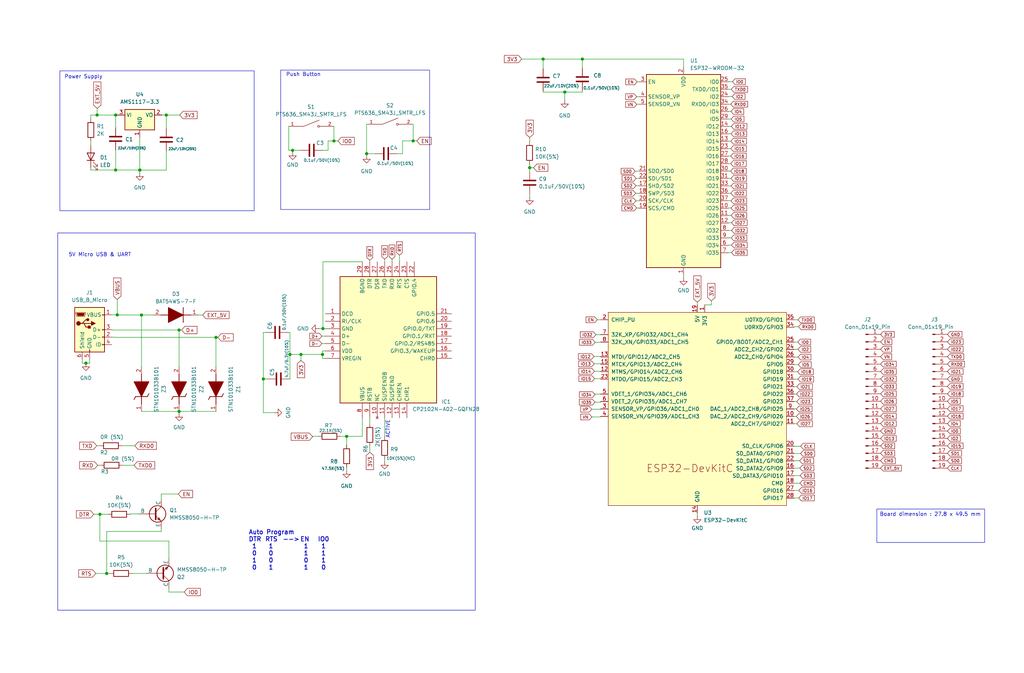
<source format=kicad_sch>
(kicad_sch (version 20230121) (generator eeschema)
  (paper "User" 350.012 229.997)
  (title_block (title "ESP32-WROOM-DevKit V4") (date "2023-10-13") (company "T CubeX"))
  (lib_symbols
    (symbol "BAT54WS-7-F:BAT54WS-7-F" (pin_names hide)
      (property "Reference" "D" (at 11.43 5.08 0))
      (property "Value" "BAT54WS-7-F" (at 11.43 2.54 0))
      (symbol "BAT54WS-7-F_1_1"
        (pin passive line (at 0 0 0) (length 2.54) (name "K") (number "1"))
        (pin passive line (at 15.24 0 180) (length 2.54) (name "A") (number "2"))
      )
    )
    (symbol "CP2102N-A02-GQFN28:CP2102N-A02-GQFN28"
      (property "Reference" "IC" (at 39.37 17.78 0))
      (property "Value" "CP2102N-A02-GQFN28" (at 39.37 15.24 0))
      (symbol "CP2102N-A02-GQFN28_1_1"
        (pin input line (at 0 0 0) (length 5.08) (name "DCD") (number "1"))
        (pin no_connect line (at 17.78 -35.56 90) (length 5.08) (name "NC") (number "10"))
        (pin output line (at 20.32 -35.56 90) (length 5.08) (name "SUSPENDB") (number "11"))
        (pin output line (at 22.86 -35.56 90) (length 5.08) (name "SUSPEND") (number "12"))
        (pin output line (at 25.4 -35.56 90) (length 5.08) (name "CHREN") (number "13"))
        (pin output line (at 27.94 -35.56 90) (length 5.08) (name "CHR1") (number "14"))
        (pin output line (at 43.18 -15.24 180) (length 5.08) (name "CHR0") (number "15"))
        (pin bidirectional line (at 43.18 -12.7 180) (length 5.08) (name "GPIO.3/WAKEUP") (number "16"))
        (pin bidirectional line (at 43.18 -10.16 180) (length 5.08) (name "GPIO.2/RS485") (number "17"))
        (pin bidirectional line (at 43.18 -7.62 180) (length 5.08) (name "GPIO.1/RXT") (number "18"))
        (pin bidirectional line (at 43.18 -5.08 180) (length 5.08) (name "GPIO.0/TXT") (number "19"))
        (pin bidirectional line (at 0 -2.54 0) (length 5.08) (name "RI/CLK") (number "2"))
        (pin bidirectional line (at 43.18 -2.54 180) (length 5.08) (name "GPIO.6") (number "20"))
        (pin bidirectional line (at 43.18 0 180) (length 5.08) (name "GPIO.5") (number "21"))
        (pin bidirectional line (at 30.48 17.78 270) (length 5.08) (name "GPIO.4") (number "22"))
        (pin input line (at 27.94 17.78 270) (length 5.08) (name "CTS") (number "23"))
        (pin output line (at 25.4 17.78 270) (length 5.08) (name "RTS") (number "24"))
        (pin input line (at 22.86 17.78 270) (length 5.08) (name "RXD") (number "25"))
        (pin output line (at 20.32 17.78 270) (length 5.08) (name "TXD") (number "26"))
        (pin input line (at 17.78 17.78 270) (length 5.08) (name "DSR") (number "27"))
        (pin output line (at 15.24 17.78 270) (length 5.08) (name "DTR") (number "28"))
        (pin power_in line (at 12.7 17.78 270) (length 5.08) (name "BGND") (number "29"))
        (pin power_in line (at 0 -5.08 0) (length 5.08) (name "GND") (number "3"))
        (pin bidirectional line (at 0 -7.62 0) (length 5.08) (name "D+") (number "4"))
        (pin bidirectional line (at 0 -10.16 0) (length 5.08) (name "D-") (number "5"))
        (pin power_in line (at 0 -12.7 0) (length 5.08) (name "VDD") (number "6"))
        (pin power_in line (at 0 -15.24 0) (length 5.08) (name "VREGIN") (number "7"))
        (pin input line (at 12.7 -35.56 90) (length 5.08) (name "VBUS") (number "8"))
        (pin input line (at 15.24 -35.56 90) (length 5.08) (name "RSTB") (number "9"))
      )
    )
    (symbol "Connector:Conn_01x19_Pin" (pin_names (offset 1.016) hide)
      (property "Reference" "J" (at 0 25.4 0))
      (property "Value" "Conn_01x19_Pin" (at 0 -25.4 0))
      (symbol "Conn_01x19_Pin_1_1"
        (pin passive line (at 5.08 22.86 180) (length 3.81) (name "Pin_1") (number "1"))
        (pin passive line (at 5.08 0 180) (length 3.81) (name "Pin_10") (number "10"))
        (pin passive line (at 5.08 -2.54 180) (length 3.81) (name "Pin_11") (number "11"))
        (pin passive line (at 5.08 -5.08 180) (length 3.81) (name "Pin_12") (number "12"))
        (pin passive line (at 5.08 -7.62 180) (length 3.81) (name "Pin_13") (number "13"))
        (pin passive line (at 5.08 -10.16 180) (length 3.81) (name "Pin_14") (number "14"))
        (pin passive line (at 5.08 -12.7 180) (length 3.81) (name "Pin_15") (number "15"))
        (pin passive line (at 5.08 -15.24 180) (length 3.81) (name "Pin_16") (number "16"))
        (pin passive line (at 5.08 -17.78 180) (length 3.81) (name "Pin_17") (number "17"))
        (pin passive line (at 5.08 -20.32 180) (length 3.81) (name "Pin_18") (number "18"))
        (pin passive line (at 5.08 -22.86 180) (length 3.81) (name "Pin_19") (number "19"))
        (pin passive line (at 5.08 20.32 180) (length 3.81) (name "Pin_2") (number "2"))
        (pin passive line (at 5.08 17.78 180) (length 3.81) (name "Pin_3") (number "3"))
        (pin passive line (at 5.08 15.24 180) (length 3.81) (name "Pin_4") (number "4"))
        (pin passive line (at 5.08 12.7 180) (length 3.81) (name "Pin_5") (number "5"))
        (pin passive line (at 5.08 10.16 180) (length 3.81) (name "Pin_6") (number "6"))
        (pin passive line (at 5.08 7.62 180) (length 3.81) (name "Pin_7") (number "7"))
        (pin passive line (at 5.08 5.08 180) (length 3.81) (name "Pin_8") (number "8"))
        (pin passive line (at 5.08 2.54 180) (length 3.81) (name "Pin_9") (number "9"))
      )
    )
    (symbol "Connector:USB_B_Micro" (pin_names (offset 1.016))
      (property "Reference" "J" (at -5.08 11.43 0))
      (property "Value" "USB_B_Micro" (at -5.08 8.89 0))
      (symbol "USB_B_Micro_1_1"
        (pin power_out line (at 7.62 5.08 180) (length 2.54) (name "VBUS") (number "1"))
        (pin bidirectional line (at 7.62 -2.54 180) (length 2.54) (name "D-") (number "2"))
        (pin bidirectional line (at 7.62 0 180) (length 2.54) (name "D+") (number "3"))
        (pin passive line (at 7.62 -5.08 180) (length 2.54) (name "ID") (number "4"))
        (pin power_out line (at 0 -10.16 90) (length 2.54) (name "GND") (number "5"))
        (pin passive line (at -2.54 -10.16 90) (length 2.54) (name "Shield") (number "6"))
      )
    )
    (symbol "Device:C" (pin_numbers hide) (pin_names (offset 0.254))
      (property "Reference" "C" (at 0.635 2.54 0))
      (property "Value" "C" (at 0.635 -2.54 0))
      (symbol "C_1_1"
        (pin passive line (at 0 3.81 270) (length 2.794) (name "~") (number "1"))
        (pin passive line (at 0 -3.81 90) (length 2.794) (name "~") (number "2"))
      )
    )
    (symbol "Device:LED" (pin_numbers hide) (pin_names (offset 1.016) hide)
      (property "Reference" "D" (at 0 2.54 0))
      (property "Value" "LED" (at 0 -2.54 0))
      (symbol "LED_1_1"
        (pin passive line (at -3.81 0 0) (length 2.54) (name "K") (number "1"))
        (pin passive line (at 3.81 0 180) (length 2.54) (name "A") (number "2"))
      )
    )
    (symbol "Device:R" (pin_numbers hide) (pin_names (offset 0))
      (property "Reference" "R" (at 2.032 0 90))
      (property "Value" "R" (at 0 0 90))
      (symbol "R_1_1"
        (pin passive line (at 0 3.81 270) (length 1.27) (name "~") (number "1"))
        (pin passive line (at 0 -3.81 90) (length 1.27) (name "~") (number "2"))
      )
    )
    (symbol "PCM_Espressif:ESP32-DevKitC" (pin_names (offset 1.016))
      (property "Reference" "U" (at -30.48 38.1 0))
      (property "Value" "ESP32-DevKitC" (at -30.48 35.56 0))
      (symbol "ESP32-DevKitC_0_0"
        (text "ESP32-DevKitC" (at -2.54 -20.32 0) (effects (font (size 2.54 2.54))))
        (pin power_in line (at 0 -35.56 90) (length 2.54) (name "GND") (number "14"))
        (pin power_in line (at 0 35.56 270) (length 2.54) (name "5V") (number "19"))
      )
      (symbol "ESP32-DevKitC_1_1"
        (pin power_in line (at 2.54 35.56 270) (length 2.54) (name "3V3") (number "1"))
        (pin bidirectional line (at 33.02 -2.54 180) (length 2.54) (name "DAC_2/ADC2_CH9/GPIO26") (number "10"))
        (pin bidirectional line (at 33.02 -5.08 180) (length 2.54) (name "ADC2_CH7/GPIO27") (number "11"))
        (pin bidirectional line (at -33.02 12.7 0) (length 2.54) (name "MTMS/GPIO14/ADC2_CH6") (number "12"))
        (pin bidirectional line (at -33.02 17.78 0) (length 2.54) (name "MTDI/GPIO12/ADC2_CH5") (number "13"))
        (pin bidirectional line (at -33.02 15.24 0) (length 2.54) (name "MTCK/GPIO13/ADC2_CH4") (number "15"))
        (pin bidirectional line (at 33.02 -20.32 180) (length 2.54) (name "SD_DATA2/GPIO9") (number "16"))
        (pin bidirectional line (at 33.02 -22.86 180) (length 2.54) (name "SD_DATA3/GPIO10") (number "17"))
        (pin bidirectional line (at 33.02 -25.4 180) (length 2.54) (name "CMD") (number "18"))
        (pin input line (at -33.02 30.48 0) (length 2.54) (name "CHIP_PU") (number "2"))
        (pin bidirectional line (at 33.02 -12.7 180) (length 2.54) (name "SD_CLK/GPIO6") (number "20"))
        (pin bidirectional line (at 33.02 -15.24 180) (length 2.54) (name "SD_DATA0/GPIO7") (number "21"))
        (pin bidirectional line (at 33.02 -17.78 180) (length 2.54) (name "SD_DATA1/GPIO8") (number "22"))
        (pin bidirectional line (at -33.02 10.16 0) (length 2.54) (name "MTDO/GPIO15/ADC2_CH3") (number "23"))
        (pin bidirectional line (at 33.02 20.32 180) (length 2.54) (name "ADC2_CH2/GPIO2") (number "24"))
        (pin bidirectional line (at 33.02 22.86 180) (length 2.54) (name "GPIO0/BOOT/ADC2_CH1") (number "25"))
        (pin bidirectional line (at 33.02 17.78 180) (length 2.54) (name "ADC2_CH0/GPIO4") (number "26"))
        (pin bidirectional line (at 33.02 -27.94 180) (length 2.54) (name "GPIO16") (number "27"))
        (pin bidirectional line (at 33.02 -30.48 180) (length 2.54) (name "GPIO17") (number "28"))
        (pin bidirectional line (at 33.02 15.24 180) (length 2.54) (name "GPIO5") (number "29"))
        (pin input line (at -33.02 0 0) (length 2.54) (name "SENSOR_VP/GPIO36/ADC1_CH0") (number "3"))
        (pin bidirectional line (at 33.02 12.7 180) (length 2.54) (name "GPIO18") (number "30"))
        (pin bidirectional line (at 33.02 10.16 180) (length 2.54) (name "GPIO19") (number "31"))
        (pin passive line (at 0 -35.56 90) (length 2.54) hide (name "GND") (number "32"))
        (pin bidirectional line (at 33.02 7.62 180) (length 2.54) (name "GPIO21") (number "33"))
        (pin bidirectional line (at 33.02 27.94 180) (length 2.54) (name "U0RXD/GPIO3") (number "34"))
        (pin bidirectional line (at 33.02 30.48 180) (length 2.54) (name "U0TXD/GPIO1") (number "35"))
        (pin bidirectional line (at 33.02 5.08 180) (length 2.54) (name "GPIO22") (number "36"))
        (pin bidirectional line (at 33.02 2.54 180) (length 2.54) (name "GPIO23") (number "37"))
        (pin passive line (at 0 -35.56 90) (length 2.54) hide (name "GND") (number "38"))
        (pin input line (at -33.02 -2.54 0) (length 2.54) (name "SENSOR_VN/GPIO39/ADC1_CH3") (number "4"))
        (pin input line (at -33.02 5.08 0) (length 2.54) (name "VDET_1/GPIO34/ADC1_CH6") (number "5"))
        (pin input line (at -33.02 2.54 0) (length 2.54) (name "VDET_2/GPIO35/ADC1_CH7") (number "6"))
        (pin bidirectional line (at -33.02 25.4 0) (length 2.54) (name "32K_XP/GPIO32/ADC1_CH4") (number "7"))
        (pin bidirectional line (at -33.02 22.86 0) (length 2.54) (name "32K_XN/GPIO33/ADC1_CH5") (number "8"))
        (pin bidirectional line (at 33.02 0 180) (length 2.54) (name "DAC_1/ADC2_CH8/GPIO25") (number "9"))
      )
    )
    (symbol "PTS636_SM43J_SMTR_LFS:PTS636_SM43J_SMTR_LFS" (pin_names (offset 1.016))
      (property "Reference" "S" (at -2.54 2.54 0))
      (property "Value" "PTS636_SM43J_SMTR_LFS" (at -2.54 -2.54 0))
      (symbol "PTS636_SM43J_SMTR_LFS_0_0"
        (pin passive line (at -7.62 0 0) (length 2.54) (name "~") (number "1"))
        (pin passive line (at 7.62 0 180) (length 2.54) (name "~") (number "2"))
      )
    )
    (symbol "RF_Module:ESP32-WROOM-32"
      (property "Reference" "U" (at -12.7 34.29 0))
      (property "Value" "ESP32-WROOM-32" (at 1.27 34.29 0))
      (symbol "ESP32-WROOM-32_1_1"
        (pin power_in line (at 0 -35.56 90) (length 2.54) (name "GND") (number "1"))
        (pin bidirectional line (at 15.24 -12.7 180) (length 2.54) (name "IO25") (number "10"))
        (pin bidirectional line (at 15.24 -15.24 180) (length 2.54) (name "IO26") (number "11"))
        (pin bidirectional line (at 15.24 -17.78 180) (length 2.54) (name "IO27") (number "12"))
        (pin bidirectional line (at 15.24 10.16 180) (length 2.54) (name "IO14") (number "13"))
        (pin bidirectional line (at 15.24 15.24 180) (length 2.54) (name "IO12") (number "14"))
        (pin passive line (at 0 -35.56 90) (length 2.54) hide (name "GND") (number "15"))
        (pin bidirectional line (at 15.24 12.7 180) (length 2.54) (name "IO13") (number "16"))
        (pin bidirectional line (at -15.24 -5.08 0) (length 2.54) (name "SHD/SD2") (number "17"))
        (pin bidirectional line (at -15.24 -7.62 0) (length 2.54) (name "SWP/SD3") (number "18"))
        (pin bidirectional line (at -15.24 -12.7 0) (length 2.54) (name "SCS/CMD") (number "19"))
        (pin power_in line (at 0 35.56 270) (length 2.54) (name "VDD") (number "2"))
        (pin bidirectional line (at -15.24 -10.16 0) (length 2.54) (name "SCK/CLK") (number "20"))
        (pin bidirectional line (at -15.24 0 0) (length 2.54) (name "SDO/SD0") (number "21"))
        (pin bidirectional line (at -15.24 -2.54 0) (length 2.54) (name "SDI/SD1") (number "22"))
        (pin bidirectional line (at 15.24 7.62 180) (length 2.54) (name "IO15") (number "23"))
        (pin bidirectional line (at 15.24 25.4 180) (length 2.54) (name "IO2") (number "24"))
        (pin bidirectional line (at 15.24 30.48 180) (length 2.54) (name "IO0") (number "25"))
        (pin bidirectional line (at 15.24 20.32 180) (length 2.54) (name "IO4") (number "26"))
        (pin bidirectional line (at 15.24 5.08 180) (length 2.54) (name "IO16") (number "27"))
        (pin bidirectional line (at 15.24 2.54 180) (length 2.54) (name "IO17") (number "28"))
        (pin bidirectional line (at 15.24 17.78 180) (length 2.54) (name "IO5") (number "29"))
        (pin input line (at -15.24 30.48 0) (length 2.54) (name "EN") (number "3"))
        (pin bidirectional line (at 15.24 0 180) (length 2.54) (name "IO18") (number "30"))
        (pin bidirectional line (at 15.24 -2.54 180) (length 2.54) (name "IO19") (number "31"))
        (pin no_connect line (at -12.7 -27.94 0) (length 2.54) hide (name "NC") (number "32"))
        (pin bidirectional line (at 15.24 -5.08 180) (length 2.54) (name "IO21") (number "33"))
        (pin bidirectional line (at 15.24 22.86 180) (length 2.54) (name "RXD0/IO3") (number "34"))
        (pin bidirectional line (at 15.24 27.94 180) (length 2.54) (name "TXD0/IO1") (number "35"))
        (pin bidirectional line (at 15.24 -7.62 180) (length 2.54) (name "IO22") (number "36"))
        (pin bidirectional line (at 15.24 -10.16 180) (length 2.54) (name "IO23") (number "37"))
        (pin passive line (at 0 -35.56 90) (length 2.54) hide (name "GND") (number "38"))
        (pin passive line (at 0 -35.56 90) (length 2.54) hide (name "GND") (number "39"))
        (pin input line (at -15.24 25.4 0) (length 2.54) (name "SENSOR_VP") (number "4"))
        (pin input line (at -15.24 22.86 0) (length 2.54) (name "SENSOR_VN") (number "5"))
        (pin input line (at 15.24 -25.4 180) (length 2.54) (name "IO34") (number "6"))
        (pin input line (at 15.24 -27.94 180) (length 2.54) (name "IO35") (number "7"))
        (pin bidirectional line (at 15.24 -20.32 180) (length 2.54) (name "IO32") (number "8"))
        (pin bidirectional line (at 15.24 -22.86 180) (length 2.54) (name "IO33") (number "9"))
      )
    )
    (symbol "Regulator_Linear:AMS1117-3.3"
      (property "Reference" "U" (at -3.81 3.175 0))
      (property "Value" "AMS1117-3.3" (at 0 3.175 0))
      (symbol "AMS1117-3.3_1_1"
        (pin power_in line (at 0 -7.62 90) (length 2.54) (name "GND") (number "1"))
        (pin power_out line (at 7.62 0 180) (length 2.54) (name "VO") (number "2"))
        (pin power_in line (at -7.62 0 0) (length 2.54) (name "VI") (number "3"))
      )
    )
    (symbol "STN101033B101:STN101033B101" (pin_names hide)
      (property "Reference" "Z" (at 10.16 8.89 0))
      (property "Value" "STN101033B101" (at 10.16 6.35 0))
      (symbol "STN101033B101_1_1"
        (pin passive line (at 0 0 0) (length 2.54) (name "K") (number "1"))
        (pin passive line (at 15.24 0 180) (length 2.54) (name "A") (number "2"))
      )
    )
    (symbol "Simulation_SPICE:NPN" (pin_numbers hide) (pin_names (offset 0))
      (property "Reference" "Q" (at -2.54 7.62 0))
      (property "Value" "NPN" (at -2.54 5.08 0))
      (symbol "NPN_1_1"
        (pin open_collector line (at 2.54 5.08 270) (length 2.54) (name "C") (number "1"))
        (pin input line (at -5.08 0 0) (length 2.54) (name "B") (number "2"))
        (pin open_emitter line (at 2.54 -5.08 90) (length 2.54) (name "E") (number "3"))
      )
    )
    (symbol "power:GND" (power) (pin_names (offset 0))
      (property "Value" "GND" (at 0 -3.81 0))
      (symbol "GND_1_1"
        (pin power_in line (at 0 0 270) (length 0) hide (name "GND") (number "1"))
      )
    )
  )
  (junction (at 39.5224 39.3192))
  (junction (at 33.1978 39.3192))
  (junction (at 34.1376 175.7934))
  (junction (at 56.8452 39.3192))
  (junction (at 110.3884 112.3188))
  (junction (at 141.224 48.1584))
  (junction (at 90.0176 129.54))
  (junction (at 185.6486 20.193))
  (junction (at 36.4744 196.0118))
  (junction (at 47.7774 58.1406))
  (junction (at 40.0812 107.6198))
  (junction (at 61.214 112.8014))
  (junction (at 102.87 121.158))
  (junction (at 125.3236 52.5272))
  (junction (at 99.1108 121.158))
  (junction (at 118.491 149.1488))
  (junction (at 114.1476 48.1838))
  (junction (at 61.214 140.6398))
  (junction (at 48.3616 107.6706))
  (junction (at 100.0252 51.3842))
  (junction (at 29.3624 124.1298))
  (junction (at 199.0598 20.193))
  (junction (at 181.0512 57.3278))
  (junction (at 73.8124 115.316))
  (junction (at 39.5224 58.1152))
  (junction (at 193.04 31.4706))
  (junction (at 110.236 121.158))
  (junction (at 47.7774 58.1152))
  (wire (pts (xy 61.214 112.8014) (xy 61.214 125.3998)))
  (wire (pts (xy 108.7882 149.1488) (xy 106.8578 149.1488)))
  (wire (pts (xy 109.0676 112.3188) (xy 110.3884 112.3188)))
  (wire (pts (xy 249.809 48.26) (xy 248.8946 48.26)))
  (wire (pts (xy 243.1288 102.8192) (xy 243.1288 104.2162)))
  (wire (pts (xy 55.118 168.8592) (xy 60.9346 168.8592)))
  (wire (pts (xy 133.985 88.5698) (xy 134.0104 88.5698)))
  (wire (pts (xy 193.04 31.4706) (xy 199.0598 31.4706)))
  (wire (pts (xy 217.4494 60.9854) (xy 218.4146 60.9854)))
  (wire (pts (xy 33.1978 39.3192) (xy 39.5224 39.3192)))
  (wire (pts (xy 112.141 48.1838) (xy 114.1476 48.1838)))
  (wire (pts (xy 217.6018 33.0708) (xy 218.4146 33.0708)))
  (wire (pts (xy 271.3736 122.047) (xy 271.3736 121.9962)))
  (wire (pts (xy 218.4146 68.6562) (xy 218.4146 68.6308)))
  (wire (pts (xy 185.6486 31.4706) (xy 193.04 31.4706)))
  (wire (pts (xy 181.0512 56.0832) (xy 181.0004 56.0832)))
  (wire (pts (xy 31.0388 39.3192) (xy 33.1978 39.3192)))
  (wire (pts (xy 271.399 159.9946) (xy 271.399 160.0962)))
  (wire (pts (xy 73.8124 125.3998) (xy 73.8124 115.316)))
  (wire (pts (xy 249.8852 71.0946) (xy 248.8946 71.0946)))
  (wire (pts (xy 250.3678 27.9146) (xy 248.92 27.9146)))
  (wire (pts (xy 271.3736 137.2362) (xy 272.3388 137.2362)))
  (wire (pts (xy 248.92 27.9146) (xy 248.92 27.9908)))
  (wire (pts (xy 55.3974 39.3192) (xy 56.8452 39.3192)))
  (wire (pts (xy 126.4158 154.5844) (xy 126.4158 152.4762)))
  (wire (pts (xy 203.3778 134.6962) (xy 205.3336 134.6962)))
  (wire (pts (xy 248.8946 71.0946) (xy 248.8946 71.1708)))
  (wire (pts (xy 73.8124 115.316) (xy 74.4728 115.316)))
  (wire (pts (xy 126.3904 88.9762) (xy 126.3904 89.4842)))
  (wire (pts (xy 28.0924 124.1298) (xy 29.3624 124.1298)))
  (wire (pts (xy 271.3736 134.6708) (xy 271.3736 134.6962)))
  (wire (pts (xy 203.4286 116.9924) (xy 205.3336 116.9924)))
  (wire (pts (xy 271.399 124.6378) (xy 271.399 124.5362)))
  (wire (pts (xy 271.399 157.48) (xy 271.399 157.5562)))
  (wire (pts (xy 271.399 157.5562) (xy 271.3736 157.5562)))
  (wire (pts (xy 102.87 121.158) (xy 110.236 121.158)))
  (wire (pts (xy 100.0252 51.3842) (xy 102.7176 51.3842)))
  (wire (pts (xy 56.8452 39.3192) (xy 56.8452 43.9166)))
  (wire (pts (xy 90.0176 113.6396) (xy 90.9828 113.6396)))
  (wire (pts (xy 217.6272 71.0946) (xy 218.4146 71.0946)))
  (wire (pts (xy 248.8946 43.2054) (xy 248.8946 43.2308)))
  (wire (pts (xy 272.8722 124.6378) (xy 271.399 124.6378)))
  (wire (pts (xy 137.5918 48.1584) (xy 141.224 48.1584)))
  (wire (pts (xy 272.7452 129.5908) (xy 271.3736 129.5908)))
  (wire (pts (xy 240.8936 104.2162) (xy 243.1288 104.2162)))
  (wire (pts (xy 38.354 112.8014) (xy 61.214 112.8014)))
  (wire (pts (xy 233.6546 20.193) (xy 233.6546 22.9108)))
  (wire (pts (xy 249.7582 53.34) (xy 248.8946 53.34)))
  (wire (pts (xy 238.3536 175.3362) (xy 238.3536 176.3268)))
  (wire (pts (xy 36.4744 196.0118) (xy 37.592 196.0118)))
  (wire (pts (xy 273.3802 159.9946) (xy 271.399 159.9946)))
  (wire (pts (xy 33.1978 37.0332) (xy 33.2486 37.0332)))
  (wire (pts (xy 39.5224 58.1152) (xy 47.7774 58.1152)))
  (wire (pts (xy 271.399 119.4562) (xy 271.3736 119.4562)))
  (wire (pts (xy 203.2 126.8984) (xy 205.3336 126.8984)))
  (wire (pts (xy 248.8946 55.9054) (xy 248.8946 55.9308)))
  (wire (pts (xy 99.1108 121.158) (xy 99.1108 129.54)))
  (wire (pts (xy 205.3336 142.5194) (xy 205.3336 142.3162)))
  (wire (pts (xy 272.2118 142.3416) (xy 271.3736 142.3416)))
  (wire (pts (xy 110.3884 112.3188) (xy 110.3884 112.3442)))
  (wire (pts (xy 32.766 196.0118) (xy 36.4744 196.0118)))
  (wire (pts (xy 31.0134 58.0898) (xy 31.0388 58.0898)))
  (wire (pts (xy 39.5224 39.3192) (xy 40.1574 39.3192)))
  (wire (pts (xy 98.7044 51.3842) (xy 100.0252 51.3842)))
  (wire (pts (xy 271.3736 127.0762) (xy 272.6182 127.0762)))
  (wire (pts (xy 33.1978 39.3192) (xy 33.1978 37.0332)))
  (wire (pts (xy 272.7706 109.3216) (xy 271.3736 109.3216)))
  (wire (pts (xy 193.04 31.4706) (xy 193.04 34.29)))
  (wire (pts (xy 248.8946 35.6108) (xy 249.7582 35.6108)))
  (wire (pts (xy 57.7342 202.3618) (xy 57.7342 201.041)))
  (wire (pts (xy 98.7044 43.18) (xy 98.7044 51.3842)))
  (wire (pts (xy 249.8852 45.72) (xy 248.92 45.72)))
  (wire (pts (xy 61.214 140.6398) (xy 73.8124 140.6398)))
  (wire (pts (xy 110.0074 114.8842) (xy 111.1504 114.8842)))
  (wire (pts (xy 250.0376 76.1238) (xy 248.8946 76.1238)))
  (wire (pts (xy 217.6526 35.7124) (xy 217.6526 35.6108)))
  (wire (pts (xy 272.2626 134.6708) (xy 271.3736 134.6708)))
  (wire (pts (xy 31.0388 48.26) (xy 31.0388 49.7332)))
  (wire (pts (xy 181.0512 58.6486) (xy 181.0512 57.3278)))
  (wire (pts (xy 271.399 119.4054) (xy 271.399 119.4562)))
  (wire (pts (xy 31.0388 40.64) (xy 31.0388 39.3192)))
  (wire (pts (xy 203.3778 137.4648) (xy 205.3336 137.4648)))
  (wire (pts (xy 125.2982 52.5272) (xy 125.3236 52.5272)))
  (wire (pts (xy 271.3736 111.6838) (xy 271.3736 111.8362)))
  (wire (pts (xy 203.6826 114.4016) (xy 205.3336 114.4016)))
  (wire (pts (xy 248.92 32.9946) (xy 248.92 33.0708)))
  (wire (pts (xy 181.0512 46.99) (xy 181.0512 48.4632)))
  (wire (pts (xy 116.4082 149.1488) (xy 118.491 149.1488)))
  (wire (pts (xy 271.399 160.0962) (xy 271.3736 160.0962)))
  (wire (pts (xy 131.4704 156.9212) (xy 131.4704 157.7594)))
  (wire (pts (xy 205.3336 121.8438) (xy 205.3336 121.9962)))
  (wire (pts (xy 110.0328 117.4242) (xy 111.1504 117.4242)))
  (wire (pts (xy 39.1668 115.2398) (xy 39.1668 115.316)))
  (wire (pts (xy 272.2118 139.8016) (xy 271.3736 139.8016)))
  (wire (pts (xy 273.304 157.48) (xy 271.399 157.48)))
  (wire (pts (xy 113.9444 43.18) (xy 114.1476 43.18)))
  (wire (pts (xy 273.4818 162.56) (xy 271.3736 162.56)))
  (wire (pts (xy 217.3732 63.5) (xy 218.4146 63.5)))
  (wire (pts (xy 249.8344 38.1) (xy 248.92 38.1)))
  (wire (pts (xy 218.4146 60.9854) (xy 218.4146 61.0108)))
  (wire (pts (xy 125.3236 52.5272) (xy 128.143 52.5272)))
  (wire (pts (xy 114.1476 43.18) (xy 114.1476 48.1838)))
  (wire (pts (xy 248.92 33.0708) (xy 248.8946 33.0708)))
  (wire (pts (xy 56.8452 51.5366) (xy 56.8452 58.1406)))
  (wire (pts (xy 271.3736 155.0162) (xy 273.6342 155.0162)))
  (wire (pts (xy 30.6324 124.1298) (xy 30.6324 122.8598)))
  (wire (pts (xy 93.7768 141.0462) (xy 90.0176 141.0462)))
  (wire (pts (xy 137.5918 52.5272) (xy 137.5918 48.1584)))
  (wire (pts (xy 249.8852 73.6346) (xy 248.8946 73.6346)))
  (wire (pts (xy 45.212 196.0118) (xy 50.1142 196.0118)))
  (wire (pts (xy 248.8946 68.6308) (xy 249.8598 68.6308)))
  (wire (pts (xy 205.3336 129.413) (xy 205.3336 129.6162)))
  (wire (pts (xy 111.1504 122.5042) (xy 110.236 122.5042)))
  (wire (pts (xy 248.92 45.72) (xy 248.92 45.7708)))
  (wire (pts (xy 118.491 159.7406) (xy 118.491 160.8074)))
  (wire (pts (xy 181.0512 66.2686) (xy 181.0512 67.3862)))
  (wire (pts (xy 273.4056 165.1508) (xy 271.3736 165.1508)))
  (wire (pts (xy 181.0512 57.3278) (xy 182.372 57.3278)))
  (wire (pts (xy 110.236 121.158) (xy 110.236 122.5042)))
  (wire (pts (xy 141.224 48.1584) (xy 142.4686 48.1584)))
  (wire (pts (xy 217.2716 66.0654) (xy 218.4146 66.0654)))
  (wire (pts (xy 125.6538 42.4688) (xy 125.2982 42.4688)))
  (wire (pts (xy 248.8946 40.6908) (xy 249.9106 40.6908)))
  (wire (pts (xy 249.9614 43.2054) (xy 248.8946 43.2054)))
  (wire (pts (xy 248.92 27.9908) (xy 248.8946 27.9908)))
  (wire (pts (xy 47.7774 46.9392) (xy 47.7774 58.1152)))
  (wire (pts (xy 40.0812 107.6706) (xy 48.3616 107.6706)))
  (wire (pts (xy 250.2662 32.9946) (xy 248.92 32.9946)))
  (wire (pts (xy 250.0376 83.7692) (xy 248.8946 83.7692)))
  (wire (pts (xy 248.8946 48.26) (xy 248.8946 48.3108)))
  (wire (pts (xy 248.8946 73.6346) (xy 248.8946 73.7108)))
  (wire (pts (xy 48.3616 107.6706) (xy 48.3616 125.3998)))
  (wire (pts (xy 47.7774 58.1406) (xy 47.7774 58.1152)))
  (wire (pts (xy 272.7452 119.4054) (xy 271.399 119.4054)))
  (wire (pts (xy 126.4158 144.8562) (xy 126.4158 142.8242)))
  (wire (pts (xy 205.3336 139.8778) (xy 205.3336 139.7762)))
  (wire (pts (xy 248.92 81.3054) (xy 248.92 81.3308)))
  (wire (pts (xy 248.8946 86.3346) (xy 248.8946 86.4108)))
  (wire (pts (xy 99.1108 121.158) (xy 102.87 121.158)))
  (wire (pts (xy 125.2982 42.4688) (xy 125.2982 52.5272)))
  (wire (pts (xy 202.2602 139.8778) (xy 205.3336 139.8778)))
  (wire (pts (xy 48.3616 140.6398) (xy 61.214 140.6398)))
  (wire (pts (xy 123.8504 149.1488) (xy 118.491 149.1488)))
  (wire (pts (xy 40.0812 102.3366) (xy 40.0812 107.6198)))
  (wire (pts (xy 248.92 81.3308) (xy 248.8946 81.3308)))
  (wire (pts (xy 217.6526 35.6108) (xy 218.4146 35.6108)))
  (wire (pts (xy 205.3336 114.4016) (xy 205.3336 114.3762)))
  (wire (pts (xy 99.1108 113.6396) (xy 99.1108 121.158)))
  (wire (pts (xy 106.8578 149.1488) (xy 106.8578 149.2758)))
  (wire (pts (xy 199.0598 31.4706) (xy 199.0598 30.8864)))
  (wire (pts (xy 248.8946 63.5508) (xy 249.8852 63.5508)))
  (wire (pts (xy 62.9412 202.3618) (xy 57.7342 202.3618)))
  (wire (pts (xy 110.236 119.9642) (xy 111.1504 119.9642)))
  (wire (pts (xy 273.6596 152.527) (xy 271.3736 152.527)))
  (wire (pts (xy 178.308 20.193) (xy 185.6486 20.193)))
  (wire (pts (xy 39.5224 51.2826) (xy 39.5224 58.1152)))
  (wire (pts (xy 205.3336 137.4648) (xy 205.3336 137.2362)))
  (wire (pts (xy 118.491 149.1488) (xy 118.491 152.1206)))
  (wire (pts (xy 271.3736 132.1562) (xy 272.3642 132.1562)))
  (wire (pts (xy 114.1476 48.1838) (xy 115.5446 48.1838)))
  (wire (pts (xy 248.92 45.7708) (xy 248.8946 45.7708)))
  (wire (pts (xy 38.2524 115.2398) (xy 39.1668 115.2398)))
  (wire (pts (xy 90.0176 129.54) (xy 90.0176 113.6396)))
  (wire (pts (xy 217.1192 58.5216) (xy 218.4146 58.5216)))
  (wire (pts (xy 271.3736 142.3416) (xy 271.3736 142.3162)))
  (wire (pts (xy 203.2254 129.413) (xy 205.3336 129.413)))
  (wire (pts (xy 271.3736 109.2962) (xy 271.3736 109.3216)))
  (wire (pts (xy 44.5516 175.6664) (xy 47.498 175.6664)))
  (wire (pts (xy 218.4146 71.0946) (xy 218.4146 71.1708)))
  (wire (pts (xy 250.0376 78.7654) (xy 248.8946 78.7654)))
  (wire (pts (xy 34.1376 184.9374) (xy 34.1376 175.7934)))
  (wire (pts (xy 185.6486 20.193) (xy 199.0598 20.193)))
  (wire (pts (xy 250.0376 86.3346) (xy 248.8946 86.3346)))
  (wire (pts (xy 67.7164 107.6706) (xy 69.2912 107.6706)))
  (wire (pts (xy 205.3336 126.8984) (xy 205.3336 127.0762)))
  (wire (pts (xy 34.1376 175.7934) (xy 36.9316 175.7934)))
  (wire (pts (xy 271.399 124.5362) (xy 271.3736 124.5362)))
  (wire (pts (xy 90.0176 141.0462) (xy 90.0176 129.54)))
  (wire (pts (xy 57.7342 190.881) (xy 57.7342 184.9374)))
  (wire (pts (xy 125.3236 52.5272) (xy 125.3236 53.1876)))
  (wire (pts (xy 205.3336 116.9924) (xy 205.3336 116.9162)))
  (wire (pts (xy 31.0388 58.0898) (xy 31.0388 57.3532)))
  (wire (pts (xy 91.44 129.54) (xy 90.0176 129.54)))
  (wire (pts (xy 110.3884 89.4842) (xy 110.3884 112.3188)))
  (wire (pts (xy 203.0476 121.8438) (xy 205.3336 121.8438)))
  (wire (pts (xy 110.236 121.158) (xy 110.236 119.9642)))
  (wire (pts (xy 217.7796 27.9908) (xy 218.4146 27.9908)))
  (wire (pts (xy 249.7836 50.7746) (xy 248.8946 50.7746)))
  (wire (pts (xy 50.1142 196.0118) (xy 50.1142 195.961)))
  (wire (pts (xy 57.7342 184.9374) (xy 34.1376 184.9374)))
  (wire (pts (xy 45.8216 159.0294) (xy 41.9354 159.0294)))
  (wire (pts (xy 38.2524 112.6998) (xy 38.354 112.8014)))
  (wire (pts (xy 204.1652 109.2962) (xy 205.3336 109.2962)))
  (wire (pts (xy 46.0756 152.3492) (xy 41.7322 152.3492)))
  (wire (pts (xy 272.796 122.047) (xy 271.3736 122.047)))
  (wire (pts (xy 110.3884 112.3442) (xy 111.1504 112.3442)))
  (wire (pts (xy 36.4744 181.6608) (xy 36.4744 196.0118)))
  (wire (pts (xy 135.763 52.5272) (xy 137.5918 52.5272)))
  (wire (pts (xy 140.8938 42.4688) (xy 141.224 42.4688)))
  (wire (pts (xy 40.0812 107.6706) (xy 40.0812 107.6198)))
  (wire (pts (xy 248.8946 76.1238) (xy 248.8946 76.2508)))
  (wire (pts (xy 112.141 48.1838) (xy 112.141 51.3842)))
  (wire (pts (xy 248.8946 60.9854) (xy 248.8946 61.0108)))
  (wire (pts (xy 218.4146 63.5) (xy 218.4146 63.5508)))
  (wire (pts (xy 271.3736 144.8308) (xy 271.3736 144.8562)))
  (wire (pts (xy 110.3884 89.4842) (xy 123.8504 89.4842)))
  (wire (pts (xy 202.311 142.5194) (xy 205.3336 142.5194)))
  (wire (pts (xy 141.224 42.4688) (xy 141.224 48.1584)))
  (wire (pts (xy 185.6486 20.193) (xy 185.6486 23.4696)))
  (wire (pts (xy 31.0134 58.0898) (xy 31.0134 58.1152)))
  (wire (pts (xy 33.0708 152.3492) (xy 33.0708 152.3746)))
  (wire (pts (xy 55.118 170.5864) (xy 55.118 168.8592)))
  (wire (pts (xy 99.1108 113.6396) (xy 98.6028 113.6396)))
  (wire (pts (xy 39.1668 115.316) (xy 73.8124 115.316)))
  (wire (pts (xy 55.118 181.6608) (xy 36.4744 181.6608)))
  (wire (pts (xy 249.7582 55.9054) (xy 248.8946 55.9054)))
  (wire (pts (xy 185.6486 31.0896) (xy 185.6486 31.4706)))
  (wire (pts (xy 271.3736 139.8016) (xy 271.3736 139.7762)))
  (wire (pts (xy 271.3736 152.527) (xy 271.3736 152.4762)))
  (wire (pts (xy 199.0598 20.193) (xy 199.0598 23.2664)))
  (wire (pts (xy 248.92 38.1) (xy 248.92 38.1508)))
  (wire (pts (xy 99.06 129.54) (xy 99.1108 129.54)))
  (wire (pts (xy 56.8452 39.3192) (xy 61.4426 39.3192)))
  (wire (pts (xy 248.8946 50.7746) (xy 248.8946 50.8508)))
  (wire (pts (xy 181.0512 57.3278) (xy 181.0512 56.0832)))
  (wire (pts (xy 131.4704 88.5952) (xy 131.4704 89.4842)))
  (wire (pts (xy 273.0246 170.2054) (xy 271.3736 170.2054)))
  (wire (pts (xy 33.3756 159.0294) (xy 34.3154 159.0294)))
  (wire (pts (xy 134.0104 88.5698) (xy 134.0104 89.4842)))
  (wire (pts (xy 271.3736 129.5908) (xy 271.3736 129.6162)))
  (wire (pts (xy 271.3736 170.2054) (xy 271.3736 170.2562)))
  (wire (pts (xy 55.118 180.7464) (xy 55.118 181.6608)))
  (wire (pts (xy 238.3536 103.3018) (xy 238.3536 104.2162)))
  (wire (pts (xy 106.8324 149.2758) (xy 106.8578 149.2758)))
  (wire (pts (xy 248.8946 66.0654) (xy 248.8946 66.0908)))
  (wire (pts (xy 123.8504 142.8242) (xy 123.8504 149.1488)))
  (wire (pts (xy 199.0598 20.193) (xy 233.6546 20.193)))
  (wire (pts (xy 56.8452 58.1406) (xy 47.7774 58.1406)))
  (wire (pts (xy 271.3736 116.9162) (xy 272.6944 116.9162)))
  (wire (pts (xy 249.7836 66.0654) (xy 248.8946 66.0654)))
  (wire (pts (xy 203.3778 134.8994) (xy 203.3778 134.6962)))
  (wire (pts (xy 233.6546 94.9198) (xy 233.6546 94.0308)))
  (wire (pts (xy 181.0004 48.4632) (xy 181.0512 48.4632)))
  (wire (pts (xy 32.0548 175.7934) (xy 34.1376 175.7934)))
  (wire (pts (xy 100.0252 51.3842) (xy 100.0252 52.0192)))
  (wire (pts (xy 31.0134 58.1152) (xy 39.5224 58.1152)))
  (wire (pts (xy 110.3376 51.3842) (xy 112.141 51.3842)))
  (wire (pts (xy 39.5224 39.3192) (xy 39.5224 43.6626)))
  (wire (pts (xy 218.4146 58.5216) (xy 218.4146 58.4708)))
  (wire (pts (xy 131.4704 142.8242) (xy 131.4704 149.3012)))
  (wire (pts (xy 248.92 38.1508) (xy 248.8946 38.1508)))
  (wire (pts (xy 272.3642 144.8308) (xy 271.3736 144.8308)))
  (wire (pts (xy 248.8946 83.7692) (xy 248.8946 83.8708)))
  (wire (pts (xy 249.936 81.3054) (xy 248.92 81.3054)))
  (wire (pts (xy 61.214 140.6398) (xy 61.214 141.3002)))
  (wire (pts (xy 217.3732 68.6562) (xy 218.4146 68.6562)))
  (wire (pts (xy 44.5516 175.7934) (xy 44.5516 175.6664)))
  (wire (pts (xy 271.3736 162.56) (xy 271.3736 162.6362)))
  (wire (pts (xy 203.1238 124.3584) (xy 205.3336 124.3584)))
  (wire (pts (xy 133.985 88.5952) (xy 133.985 88.5698)))
  (wire (pts (xy 205.3336 124.3584) (xy 205.3336 124.5362)))
  (wire (pts (xy 249.8344 60.9854) (xy 248.8946 60.9854)))
  (wire (pts (xy 28.0924 122.8598) (xy 28.0924 124.1298)))
  (wire (pts (xy 248.8946 30.5308) (xy 249.9614 30.5308)))
  (wire (pts (xy 248.8946 78.7654) (xy 248.8946 78.7908)))
  (wire (pts (xy 38.2524 107.6198) (xy 40.0812 107.6198)))
  (wire (pts (xy 273.0246 167.64) (xy 271.3736 167.64)))
  (wire (pts (xy 29.3624 124.1298) (xy 30.6324 124.1298)))
  (wire (pts (xy 61.214 112.8014) (xy 62.0776 112.8014)))
  (wire (pts (xy 248.8946 53.34) (xy 248.8946 53.3908)))
  (wire (pts (xy 34.1122 152.3492) (xy 33.0708 152.3492)))
  (wire (pts (xy 272.9484 111.6838) (xy 271.3736 111.6838)))
  (wire (pts (xy 271.3736 167.64) (xy 271.3736 167.7162)))
  (wire (pts (xy 136.5504 87.249) (xy 136.5504 89.4842)))
  (wire (pts (xy 48.3616 107.6706) (xy 52.4764 107.6706)))
  (wire (pts (xy 218.4146 66.0654) (xy 218.4146 66.0908)))
  (wire (pts (xy 248.8946 58.4708) (xy 249.7074 58.4708)))
  (wire (pts (xy 271.3736 165.1508) (xy 271.3736 165.1762)))
  (wire (pts (xy 47.7774 59.0804) (xy 47.7774 58.1406)))
  (wire (pts (xy 102.87 121.158) (xy 102.87 123.19)))
  (wire (pts (xy 126.4158 142.8242) (xy 126.3904 142.8242)))
  (rectangle (start 95.9358 23.9522) (end 146.8374 71.6026))
  (rectangle (start 19.7358 79.629) (end 162.433 208.5594))
  (rectangle (start 20.4724 24.2316) (end 86.868 72.0344))
  (text_box "Board dimension : 27.8 x 49.5 mm" (at 299.72 173.99 0) (size 36.83 11.43) (effects (font (size 1.27 1.27)) (justify left top)))
  (text "Auto Program\nDTR	RTS	-->	EN	IO0\n 1	 1		 1 	 1\n 0 	 0		 1 	 1\n 1	 0		 0	 1\n 0	 1		 1 	 0" (at 84.9376 195.0212 0) (effects (font (size 1.5 1.5) (thickness 0.254) bold) (justify left bottom)))
  (text "5V Micro USB & UART" (at 23.3934 87.9094 0) (effects (font (size 1.27 1.27)) (justify left bottom)))
  (text "ACTIVE" (at 133.35 149.8854 90) (effects (font (size 1.27 1.27)) (justify left bottom)))
  (text "Power Supply" (at 21.9964 27.0764 0) (effects (font (size 1.27 1.27)) (justify left bottom)))
  (text "Push Button" (at 97.7392 26.3144 0) (effects (font (size 1.27 1.27)) (justify left bottom)))
  (global_label "RXD" (shape input) (at 33.3756 159.0294 180) (property "Intersheetrefs" "${INTERSHEET_REFS}" (effects hide)))
  (global_label "SD3" (shape input) (at 300.99 154.94 0) (effects (font (size 1 1))) (property "Intersheetrefs" "${INTERSHEET_REFS}" (effects hide)))
  (global_label "IO19" (shape input) (at 323.85 132.08 0) (effects (font (size 1 1))) (property "Intersheetrefs" "${INTERSHEET_REFS}" (effects hide)))
  (global_label "SD1" (shape input) (at 217.4494 60.9854 180) (effects (font (size 1 1))) (property "Intersheetrefs" "${INTERSHEET_REFS}" (effects hide)))
  (global_label "IO35" (shape input) (at 203.3778 137.4648 180) (effects (font (size 1 1))) (property "Intersheetrefs" "${INTERSHEET_REFS}" (effects hide)))
  (global_label "D+" (shape input) (at 62.0776 112.8014 0) (property "Intersheetrefs" "${INTERSHEET_REFS}" (effects hide)))
  (global_label "TXD0" (shape input) (at 272.7706 109.3216 0) (effects (font (size 1 1))) (property "Intersheetrefs" "${INTERSHEET_REFS}" (effects hide)))
  (global_label "IO27" (shape input) (at 272.3642 144.8308 0) (effects (font (size 1 1))) (property "Intersheetrefs" "${INTERSHEET_REFS}" (effects hide)))
  (global_label "EXT_5V" (shape input) (at 238.3536 103.3018 90) (property "Intersheetrefs" "${INTERSHEET_REFS}" (effects hide)))
  (global_label "IO13" (shape input) (at 249.8852 45.72 0) (effects (font (size 1 1))) (property "Intersheetrefs" "${INTERSHEET_REFS}" (effects hide)))
  (global_label "VN" (shape input) (at 217.6526 35.7124 180) (effects (font (size 1 1))) (property "Intersheetrefs" "${INTERSHEET_REFS}" (effects hide)))
  (global_label "SD2" (shape input) (at 217.3732 63.5 180) (effects (font (size 1 1))) (property "Intersheetrefs" "${INTERSHEET_REFS}" (effects hide)))
  (global_label "IO12" (shape input) (at 249.9614 43.2054 0) (effects (font (size 1 1))) (property "Intersheetrefs" "${INTERSHEET_REFS}" (effects hide)))
  (global_label "VN" (shape input) (at 202.311 142.5194 180) (effects (font (size 1 1))) (property "Intersheetrefs" "${INTERSHEET_REFS}" (effects hide)))
  (global_label "IO26" (shape input) (at 300.99 137.16 0) (effects (font (size 1 1))) (property "Intersheetrefs" "${INTERSHEET_REFS}" (effects hide)))
  (global_label "IO0" (shape input) (at 62.9412 202.3618 0) (property "Intersheetrefs" "${INTERSHEET_REFS}" (effects hide)))
  (global_label "IO4" (shape input) (at 323.85 144.78 0) (effects (font (size 1 1))) (property "Intersheetrefs" "${INTERSHEET_REFS}" (effects hide)))
  (global_label "IO0" (shape input) (at 323.85 147.32 0) (effects (font (size 1 1))) (property "Intersheetrefs" "${INTERSHEET_REFS}" (effects hide)))
  (global_label "IO18" (shape input) (at 272.6182 127.0762 0) (effects (font (size 1 1))) (property "Intersheetrefs" "${INTERSHEET_REFS}" (effects hide)))
  (global_label "IO15" (shape input) (at 203.2254 129.413 180) (effects (font (size 1 1))) (property "Intersheetrefs" "${INTERSHEET_REFS}" (effects hide)))
  (global_label "GND" (shape input) (at 323.85 129.54 0) (effects (font (size 1 1))) (property "Intersheetrefs" "${INTERSHEET_REFS}" (effects hide)))
  (global_label "IO26" (shape input) (at 272.2118 142.3416 0) (effects (font (size 1 1))) (property "Intersheetrefs" "${INTERSHEET_REFS}" (effects hide)))
  (global_label "IO16" (shape input) (at 249.7582 53.34 0) (effects (font (size 1 1))) (property "Intersheetrefs" "${INTERSHEET_REFS}" (effects hide)))
  (global_label "IO4" (shape input) (at 272.796 122.047 0) (effects (font (size 1 1))) (property "Intersheetrefs" "${INTERSHEET_REFS}" (effects hide)))
  (global_label "D-" (shape input) (at 74.4728 115.316 0) (property "Intersheetrefs" "${INTERSHEET_REFS}" (effects hide)))
  (global_label "IO17" (shape input) (at 273.0246 170.2054 0) (effects (font (size 1 1))) (property "Intersheetrefs" "${INTERSHEET_REFS}" (effects hide)))
  (global_label "IO5" (shape input) (at 249.9106 40.6908 0) (effects (font (size 1 1))) (property "Intersheetrefs" "${INTERSHEET_REFS}" (effects hide)))
  (global_label "VBUS" (shape input) (at 40.0812 102.3366 90) (property "Intersheetrefs" "${INTERSHEET_REFS}" (effects hide)))
  (global_label "GND" (shape input) (at 323.85 114.3 0) (effects (font (size 1 1))) (property "Intersheetrefs" "${INTERSHEET_REFS}" (effects hide)))
  (global_label "IO22" (shape input) (at 272.2626 134.6708 0) (effects (font (size 1 1))) (property "Intersheetrefs" "${INTERSHEET_REFS}" (effects hide)))
  (global_label "3V3" (shape input) (at 126.4158 154.5844 270) (property "Intersheetrefs" "${INTERSHEET_REFS}" (effects hide)))
  (global_label "IO0" (shape input) (at 250.3678 27.9146 0) (effects (font (size 1 1))) (property "Intersheetrefs" "${INTERSHEET_REFS}" (effects hide)))
  (global_label "IO2" (shape input) (at 272.7452 119.4054 0) (effects (font (size 1 1))) (property "Intersheetrefs" "${INTERSHEET_REFS}" (effects hide)))
  (global_label "SD0" (shape input) (at 217.1192 58.5216 180) (effects (font (size 1 1))) (property "Intersheetrefs" "${INTERSHEET_REFS}" (effects hide)))
  (global_label "IO25" (shape input) (at 272.2118 139.8016 0) (effects (font (size 1 1))) (property "Intersheetrefs" "${INTERSHEET_REFS}" (effects hide)))
  (global_label "IO23" (shape input) (at 249.8598 68.6308 0) (effects (font (size 1 1))) (property "Intersheetrefs" "${INTERSHEET_REFS}" (effects hide)))
  (global_label "D+" (shape input) (at 110.0074 114.8842 180) (effects (font (size 1 1))) (property "Intersheetrefs" "${INTERSHEET_REFS}" (effects hide)))
  (global_label "VP" (shape input) (at 300.99 119.38 0) (effects (font (size 1 1))) (property "Intersheetrefs" "${INTERSHEET_REFS}" (effects hide)))
  (global_label "IO0" (shape input) (at 272.6944 116.9162 0) (effects (font (size 1 1))) (property "Intersheetrefs" "${INTERSHEET_REFS}" (effects hide)))
  (global_label "RXD0" (shape input) (at 272.9484 111.6838 0) (effects (font (size 1 1))) (property "Intersheetrefs" "${INTERSHEET_REFS}" (effects hide)))
  (global_label "IO21" (shape input) (at 272.3642 132.1562 0) (effects (font (size 1 1))) (property "Intersheetrefs" "${INTERSHEET_REFS}" (effects hide)))
  (global_label "IO23" (shape input) (at 323.85 116.84 0) (effects (font (size 1 1))) (property "Intersheetrefs" "${INTERSHEET_REFS}" (effects hide)))
  (global_label "IO32" (shape input) (at 203.6826 114.4016 180) (effects (font (size 1 1))) (property "Intersheetrefs" "${INTERSHEET_REFS}" (effects hide)))
  (global_label "IO21" (shape input) (at 249.8852 63.5508 0) (effects (font (size 1 1))) (property "Intersheetrefs" "${INTERSHEET_REFS}" (effects hide)))
  (global_label "IO14" (shape input) (at 300.99 142.24 0) (effects (font (size 1 1))) (property "Intersheetrefs" "${INTERSHEET_REFS}" (effects hide)))
  (global_label "RTS" (shape input) (at 136.5504 87.249 90) (effects (font (size 1 1))) (property "Intersheetrefs" "${INTERSHEET_REFS}" (effects hide)))
  (global_label "3V3" (shape input) (at 243.1288 102.8192 90) (property "Intersheetrefs" "${INTERSHEET_REFS}" (effects hide)))
  (global_label "EN" (shape input) (at 182.372 57.3278 0) (property "Intersheetrefs" "${INTERSHEET_REFS}" (effects hide)))
  (global_label "TXD" (shape input) (at 33.0708 152.3746 180) (property "Intersheetrefs" "${INTERSHEET_REFS}" (effects hide)))
  (global_label "TXD" (shape input) (at 131.4704 88.5952 90) (effects (font (size 1 1))) (property "Intersheetrefs" "${INTERSHEET_REFS}" (effects hide)))
  (global_label "VP" (shape input) (at 202.2602 139.8778 180) (effects (font (size 1 1))) (property "Intersheetrefs" "${INTERSHEET_REFS}" (effects hide)))
  (global_label "IO22" (shape input) (at 249.7836 66.0654 0) (effects (font (size 1 1))) (property "Intersheetrefs" "${INTERSHEET_REFS}" (effects hide)))
  (global_label "IO35" (shape input) (at 250.0376 86.3346 0) (effects (font (size 1 1))) (property "Intersheetrefs" "${INTERSHEET_REFS}" (effects hide)))
  (global_label "SD1" (shape input) (at 273.304 157.48 0) (effects (font (size 1 1))) (property "Intersheetrefs" "${INTERSHEET_REFS}" (effects hide)))
  (global_label "IO25" (shape input) (at 300.99 134.62 0) (effects (font (size 1 1))) (property "Intersheetrefs" "${INTERSHEET_REFS}" (effects hide)))
  (global_label "DTR" (shape input) (at 126.3904 88.9762 90) (effects (font (size 1 1))) (property "Intersheetrefs" "${INTERSHEET_REFS}" (effects hide)))
  (global_label "EXT_5V" (shape input) (at 33.2486 37.0332 90) (property "Intersheetrefs" "${INTERSHEET_REFS}" (effects hide)))
  (global_label "IO33" (shape input) (at 300.99 132.08 0) (effects (font (size 1 1))) (property "Intersheetrefs" "${INTERSHEET_REFS}" (effects hide)))
  (global_label "IO35" (shape input) (at 300.99 127 0) (effects (font (size 1 1))) (property "Intersheetrefs" "${INTERSHEET_REFS}" (effects hide)))
  (global_label "IO14" (shape input) (at 249.809 48.26 0) (effects (font (size 1 1))) (property "Intersheetrefs" "${INTERSHEET_REFS}" (effects hide)))
  (global_label "RXD0" (shape input) (at 249.7582 35.6108 0) (effects (font (size 1 1))) (property "Intersheetrefs" "${INTERSHEET_REFS}" (effects hide)))
  (global_label "VP" (shape input) (at 217.6018 33.0708 180) (effects (font (size 1 1))) (property "Intersheetrefs" "${INTERSHEET_REFS}" (effects hide)))
  (global_label "IO17" (shape input) (at 323.85 139.7 0) (effects (font (size 1 1))) (property "Intersheetrefs" "${INTERSHEET_REFS}" (effects hide)))
  (global_label "IO0" (shape input) (at 115.5446 48.1838 0) (property "Intersheetrefs" "${INTERSHEET_REFS}" (effects hide)))
  (global_label "EN" (shape input) (at 300.99 116.84 0) (effects (font (size 1 1))) (property "Intersheetrefs" "${INTERSHEET_REFS}" (effects hide)))
  (global_label "TXD0" (shape input) (at 323.85 121.92 0) (effects (font (size 1 1))) (property "Intersheetrefs" "${INTERSHEET_REFS}" (effects hide)))
  (global_label "IO5" (shape input) (at 272.8722 124.6378 0) (effects (font (size 1 1))) (property "Intersheetrefs" "${INTERSHEET_REFS}" (effects hide)))
  (global_label "CLK" (shape input) (at 273.6596 152.527 0) (effects (font (size 1 1))) (property "Intersheetrefs" "${INTERSHEET_REFS}" (effects hide)))
  (global_label "IO16" (shape input) (at 323.85 142.24 0) (effects (font (size 1 1))) (property "Intersheetrefs" "${INTERSHEET_REFS}" (effects hide)))
  (global_label "3V3" (shape input) (at 61.4426 39.3192 0) (property "Intersheetrefs" "${INTERSHEET_REFS}" (effects hide)))
  (global_label "CMD" (shape input) (at 300.99 157.48 0) (effects (font (size 1 1))) (property "Intersheetrefs" "${INTERSHEET_REFS}" (effects hide)))
  (global_label "3V3" (shape input) (at 102.87 123.19 270) (property "Intersheetrefs" "${INTERSHEET_REFS}" (effects hide)))
  (global_label "IO19" (shape input) (at 249.8344 60.9854 0) (effects (font (size 1 1))) (property "Intersheetrefs" "${INTERSHEET_REFS}" (effects hide)))
  (global_label "IO27" (shape input) (at 250.0376 76.1238 0) (effects (font (size 1 1))) (property "Intersheetrefs" "${INTERSHEET_REFS}" (effects hide)))
  (global_label "TXD0" (shape input) (at 45.8216 159.0294 0) (property "Intersheetrefs" "${INTERSHEET_REFS}" (effects hide)))
  (global_label "SD3" (shape input) (at 217.2716 66.0654 180) (effects (font (size 1 1))) (property "Intersheetrefs" "${INTERSHEET_REFS}" (effects hide)))
  (global_label "IO2" (shape input) (at 250.2662 32.9946 0) (effects (font (size 1 1))) (property "Intersheetrefs" "${INTERSHEET_REFS}" (effects hide)))
  (global_label "VBUS" (shape input) (at 106.8324 149.2758 180) (property "Intersheetrefs" "${INTERSHEET_REFS}" (effects hide)))
  (global_label "IO22" (shape input) (at 323.85 119.38 0) (effects (font (size 1 1))) (property "Intersheetrefs" "${INTERSHEET_REFS}" (effects hide)))
  (global_label "IO33" (shape input) (at 203.4286 116.9924 180) (effects (font (size 1 1))) (property "Intersheetrefs" "${INTERSHEET_REFS}" (effects hide)))
  (global_label "CMD" (shape input) (at 273.4056 165.1508 0) (effects (font (size 1 1))) (property "Intersheetrefs" "${INTERSHEET_REFS}" (effects hide)))
  (global_label "IO21" (shape input) (at 323.85 127 0) (effects (font (size 1 1))) (property "Intersheetrefs" "${INTERSHEET_REFS}" (effects hide)))
  (global_label "SD1" (shape input) (at 323.85 154.94 0) (effects (font (size 1 1))) (property "Intersheetrefs" "${INTERSHEET_REFS}" (effects hide)))
  (global_label "DTR" (shape input) (at 32.0548 175.7934 180) (property "Intersheetrefs" "${INTERSHEET_REFS}" (effects hide)))
  (global_label "IO16" (shape input) (at 273.0246 167.64 0) (effects (font (size 1 1))) (property "Intersheetrefs" "${INTERSHEET_REFS}" (effects hide)))
  (global_label "IO19" (shape input) (at 272.7452 129.5908 0) (effects (font (size 1 1))) (property "Intersheetrefs" "${INTERSHEET_REFS}" (effects hide)))
  (global_label "IO14" (shape input) (at 203.2 126.8984 180) (effects (font (size 1 1))) (property "Intersheetrefs" "${INTERSHEET_REFS}" (effects hide)))
  (global_label "EN" (shape input) (at 60.9346 168.8592 0) (property "Intersheetrefs" "${INTERSHEET_REFS}" (effects hide)))
  (global_label "TXD0" (shape input) (at 249.9614 30.5308 0) (effects (font (size 1 1))) (property "Intersheetrefs" "${INTERSHEET_REFS}" (effects hide)))
  (global_label "IO27" (shape input) (at 300.99 139.7 0) (effects (font (size 1 1))) (property "Intersheetrefs" "${INTERSHEET_REFS}" (effects hide)))
  (global_label "EN" (shape input) (at 204.1652 109.2962 180) (effects (font (size 1 1))) (property "Intersheetrefs" "${INTERSHEET_REFS}" (effects hide)))
  (global_label "VN" (shape input) (at 300.99 121.92 0) (effects (font (size 1 1))) (property "Intersheetrefs" "${INTERSHEET_REFS}" (effects hide)))
  (global_label "IO17" (shape input) (at 249.7582 55.9054 0) (effects (font (size 1 1))) (property "Intersheetrefs" "${INTERSHEET_REFS}" (effects hide)))
  (global_label "3V3" (shape input) (at 300.99 114.3 0) (effects (font (size 1 1))) (property "Intersheetrefs" "${INTERSHEET_REFS}" (effects hide)))
  (global_label "SD0" (shape input) (at 323.85 157.48 0) (effects (font (size 1 1))) (property "Intersheetrefs" "${INTERSHEET_REFS}" (effects hide)))
  (global_label "IO12" (shape input) (at 300.99 144.78 0) (effects (font (size 1 1))) (property "Intersheetrefs" "${INTERSHEET_REFS}" (effects hide)))
  (global_label "IO18" (shape input) (at 249.7074 58.4708 0) (effects (font (size 1 1))) (property "Intersheetrefs" "${INTERSHEET_REFS}" (effects hide)))
  (global_label "RTS" (shape input) (at 32.766 196.0118 180) (property "Intersheetrefs" "${INTERSHEET_REFS}" (effects hide)))
  (global_label "SD3" (shape input) (at 273.4818 162.56 0) (effects (font (size 1 1))) (property "Intersheetrefs" "${INTERSHEET_REFS}" (effects hide)))
  (global_label "3V3" (shape input) (at 178.308 20.193 180) (property "Intersheetrefs" "${INTERSHEET_REFS}" (effects hide)))
  (global_label "IO32" (shape input) (at 250.0376 78.7654 0) (effects (font (size 1 1))) (property "Intersheetrefs" "${INTERSHEET_REFS}" (effects hide)))
  (global_label "IO23" (shape input) (at 272.3388 137.2362 0) (effects (font (size 1 1))) (property "Intersheetrefs" "${INTERSHEET_REFS}" (effects hide)))
  (global_label "IO2" (shape input) (at 323.85 149.86 0) (effects (font (size 1 1))) (property "Intersheetrefs" "${INTERSHEET_REFS}" (effects hide)))
  (global_label "IO4" (shape input) (at 249.8344 38.1 0) (effects (font (size 1 1))) (property "Intersheetrefs" "${INTERSHEET_REFS}" (effects hide)))
  (global_label "SD0" (shape input) (at 273.6342 155.0162 0) (effects (font (size 1 1))) (property "Intersheetrefs" "${INTERSHEET_REFS}" (effects hide)))
  (global_label "IO34" (shape input) (at 250.0376 83.7692 0) (effects (font (size 1 1))) (property "Intersheetrefs" "${INTERSHEET_REFS}" (effects hide)))
  (global_label "IO34" (shape input) (at 203.3778 134.8994 180) (effects (font (size 1 1))) (property "Intersheetrefs" "${INTERSHEET_REFS}" (effects hide)))
  (global_label "3V3" (shape input) (at 181.0512 46.99 90) (property "Intersheetrefs" "${INTERSHEET_REFS}" (effects hide)))
  (global_label "EXT_5V" (shape input) (at 300.99 160.02 0) (effects (font (size 1 1))) (property "Intersheetrefs" "${INTERSHEET_REFS}" (effects hide)))
  (global_label "IO13" (shape input) (at 300.99 149.86 0) (effects (font (size 1 1))) (property "Intersheetrefs" "${INTERSHEET_REFS}" (effects hide)))
  (global_label "D-" (shape input) (at 110.0328 117.4242 180) (effects (font (size 1 1))) (property "Intersheetrefs" "${INTERSHEET_REFS}" (effects hide)))
  (global_label "EXT_5V" (shape input) (at 69.2912 107.6706 0) (property "Intersheetrefs" "${INTERSHEET_REFS}" (effects hide)))
  (global_label "EN" (shape input) (at 142.4686 48.1584 0) (property "Intersheetrefs" "${INTERSHEET_REFS}" (effects hide)))
  (global_label "IO13" (shape input) (at 203.1238 124.3584 180) (effects (font (size 1 1))) (property "Intersheetrefs" "${INTERSHEET_REFS}" (effects hide)))
  (global_label "RXD0" (shape input) (at 323.85 124.46 0) (effects (font (size 1 1))) (property "Intersheetrefs" "${INTERSHEET_REFS}" (effects hide)))
  (global_label "IO15" (shape input) (at 323.85 152.4 0) (effects (font (size 1 1))) (property "Intersheetrefs" "${INTERSHEET_REFS}" (effects hide)))
  (global_label "CLK" (shape input) (at 217.3732 68.6562 180) (effects (font (size 1 1))) (property "Intersheetrefs" "${INTERSHEET_REFS}" (effects hide)))
  (global_label "IO33" (shape input) (at 249.936 81.3054 0) (effects (font (size 1 1))) (property "Intersheetrefs" "${INTERSHEET_REFS}" (effects hide)))
  (global_label "SD2" (shape input) (at 300.99 152.4 0) (effects (font (size 1 1))) (property "Intersheetrefs" "${INTERSHEET_REFS}" (effects hide)))
  (global_label "RXD" (shape input) (at 133.985 88.5952 90) (effects (font (size 1 1))) (property "Intersheetrefs" "${INTERSHEET_REFS}" (effects hide)))
  (global_label "IO5" (shape input) (at 323.85 137.16 0) (effects (font (size 1 1))) (property "Intersheetrefs" "${INTERSHEET_REFS}" (effects hide)))
  (global_label "IO18" (shape input) (at 323.85 134.62 0) (effects (font (size 1 1))) (property "Intersheetrefs" "${INTERSHEET_REFS}" (effects hide)))
  (global_label "IO26" (shape input) (at 249.8852 73.6346 0) (effects (font (size 1 1))) (property "Intersheetrefs" "${INTERSHEET_REFS}" (effects hide)))
  (global_label "RXD0" (shape input) (at 46.0756 152.3492 0) (property "Intersheetrefs" "${INTERSHEET_REFS}" (effects hide)))
  (global_label "EN" (shape input) (at 217.7796 27.9908 180) (effects (font (size 1 1))) (property "Intersheetrefs" "${INTERSHEET_REFS}" (effects hide)))
  (global_label "IO12" (shape input) (at 203.0476 121.8438 180) (effects (font (size 1 1))) (property "Intersheetrefs" "${INTERSHEET_REFS}" (effects hide)))
  (global_label "IO34" (shape input) (at 300.99 124.46 0) (effects (font (size 1 1))) (property "Intersheetrefs" "${INTERSHEET_REFS}" (effects hide)))
  (global_label "IO15" (shape input) (at 249.7836 50.7746 0) (effects (font (size 1 1))) (property "Intersheetrefs" "${INTERSHEET_REFS}" (effects hide)))
  (global_label "IO32" (shape input) (at 300.99 129.54 0) (effects (font (size 1 1))) (property "Intersheetrefs" "${INTERSHEET_REFS}" (effects hide)))
  (global_label "GND" (shape input) (at 300.99 147.32 0) (effects (font (size 1 1))) (property "Intersheetrefs" "${INTERSHEET_REFS}" (effects hide)))
  (global_label "SD2" (shape input) (at 273.3802 159.9946 0) (effects (font (size 1 1))) (property "Intersheetrefs" "${INTERSHEET_REFS}" (effects hide)))
  (global_label "CLK" (shape input) (at 323.85 160.02 0) (effects (font (size 1 1))) (property "Intersheetrefs" "${INTERSHEET_REFS}" (effects hide)))
  (global_label "CMD" (shape input) (at 217.6272 71.0946 180) (effects (font (size 1 1))) (property "Intersheetrefs" "${INTERSHEET_REFS}" (effects hide)))
  (global_label "IO25" (shape input) (at 249.8852 71.0946 0) (effects (font (size 1 1))) (property "Intersheetrefs" "${INTERSHEET_REFS}" (effects hide)))
  (symbol (lib_id "Device:C") (at 56.8452 47.7266 0) (unit 1)
    (property "Reference" "C2" (at 60.1218 47.879 0) (effects (justify left)))
    (property "Value" "22uF/10V(20%)" (at 57.5564 50.8762 0) (effects (font (size 0.8 0.8)) (justify left)))
    (property "Footprint" "Capacitor_SMD:C_0603_1608Metric" (effects hide))
  )
  (symbol (lib_id "STN101033B101:STN101033B101") (at 48.3616 140.6398 270) (mirror x) (unit 1)
    (property "Reference" "Z3" (at 55.9816 133.0198 0))
    (property "Value" "STN101033B101" (at 53.4416 133.0198 0))
    (property "Footprint" "Diode_SMD:STN101033B101" (effects hide))
    (property "Datasheet" "https://www.eaton.com/content/dam/eaton/products/electronic-components/resources/data-sheet/eaton-stn101xxxbxxx-tvs-diode-esd-suppressor-data-sheet.pdf" (effects hide))
    (property "Height" "0.55" (effects hide))
    (property "Mouser Part Number" "504-STN101033B101" (effects hide))
    (property "Mouser Price/Stock" "https://www.mouser.co.uk/ProductDetail/Bussmann-Eaton/STN101033B101?qs=DPoM0jnrROWAVZND8SouaA%3D%3D" (effects hide))
    (property "Manufacturer_Name" "Eaton" (effects hide))
    (property "Manufacturer_Part_Number" "STN101033B101" (effects hide))
  )
  (symbol (lib_id "Simulation_SPICE:NPN") (at 52.578 175.6664 0) (unit 1)
    (property "Reference" "Q1" (at 57.912 174.3964 0) (effects (justify left)))
    (property "Value" "MMSS8050-H-TP" (at 57.912 176.9364 0) (effects (justify left)))
    (property "Footprint" "Diode_SMD:TRANS_MMSS8050-H-TP" (effects hide))
    (property "Sim.Device" "NPN" (effects hide))
    (property "Sim.Type" "GUMMELPOON" (effects hide))
    (property "Sim.Pins" "1=C 2=B 3=E" (effects hide))
  )
  (symbol (lib_id "CP2102N-A02-GQFN28:CP2102N-A02-GQFN28") (at 111.1504 107.2642 0) (unit 1)
    (property "Reference" "IC1" (at 152.4762 137.3124 0))
    (property "Value" "CP2102N-A02-GQFN28" (at 152.4762 139.8524 0))
    (property "Footprint" "LIB_CP2102N-A02-GQFN28:QFN50P500X500X80-29N-D" (effects hide))
    (property "Datasheet" "https://componentsearchengine.com/Datasheets/2/CP2102N-A02-GQFN28.pdf" (effects hide))
    (property "Height" "0.8" (effects hide))
    (property "Mouser Part Number" "634-CP2102NA02GQFN28" (effects hide))
    (property "Mouser Price/Stock" "https://www.mouser.co.uk/ProductDetail/Silicon-Labs/CP2102N-A02-GQFN28?qs=u16ybLDytRaSBkSkyjYFiA%3D%3D" (effects hide))
    (property "Manufacturer_Name" "Silicon Labs" (effects hide))
    (property "Manufacturer_Part_Number" "CP2102N-A02-GQFN28" (effects hide))
  )
  (symbol (lib_id "Device:R") (at 126.4158 148.6662 0) (unit 1)
    (property "Reference" "R6" (at 124.968 153.416 90))
    (property "Value" "2K(5%)" (at 129.0828 149.3266 90))
    (property "Footprint" "Resistor_SMD:R_0402_1005Metric" (effects hide))
  )
  (symbol (lib_id "power:GND") (at 61.214 141.3002 0) (unit 1)
    (property "Reference" "#PWR02" (effects hide))
    (property "Value" "GND" (at 61.214 146.0754 0))
  )
  (symbol (lib_id "power:GND") (at 93.7768 141.0462 90) (unit 1)
    (property "Reference" "#PWR010" (effects hide))
    (property "Value" "GND" (at 98.5266 141.0462 0))
  )
  (symbol (lib_id "STN101033B101:STN101033B101") (at 73.8124 140.6398 270) (mirror x) (unit 1)
    (property "Reference" "Z1" (at 81.4324 133.0198 0))
    (property "Value" "STN101033B101" (at 78.8924 133.0198 0))
    (property "Footprint" "Diode_SMD:STN101033B101" (effects hide))
    (property "Datasheet" "https://www.eaton.com/content/dam/eaton/products/electronic-components/resources/data-sheet/eaton-stn101xxxbxxx-tvs-diode-esd-suppressor-data-sheet.pdf" (effects hide))
    (property "Height" "0.55" (effects hide))
    (property "Mouser Part Number" "504-STN101033B101" (effects hide))
    (property "Mouser Price/Stock" "https://www.mouser.co.uk/ProductDetail/Bussmann-Eaton/STN101033B101?qs=DPoM0jnrROWAVZND8SouaA%3D%3D" (effects hide))
    (property "Manufacturer_Name" "Eaton" (effects hide))
    (property "Manufacturer_Part_Number" "STN101033B101" (effects hide))
  )
  (symbol (lib_id "Regulator_Linear:AMS1117-3.3") (at 47.7774 39.3192 0) (unit 1)
    (property "Reference" "U4" (at 47.7774 32.258 0))
    (property "Value" "AMS1117-3.3" (at 47.7774 34.798 0))
    (property "Footprint" "Package_TO_SOT_SMD:SOT-223-3_TabPin2" (effects hide))
    (property "Datasheet" "http://www.advanced-monolithic.com/pdf/ds1117.pdf" (effects hide))
  )
  (symbol (lib_id "power:GND") (at 29.3624 124.1298 0) (unit 1)
    (property "Reference" "#PWR01" (effects hide))
    (property "Value" "GND" (at 29.3624 129.2098 0))
  )
  (symbol (lib_id "Device:C") (at 94.7928 113.6396 90) (unit 1)
    (property "Reference" "C6" (at 92.2528 112.7252 0) (effects (justify left)))
    (property "Value" "0.1uF/50V(10%)" (at 97.1296 112.9538 0) (effects (font (size 1 1)) (justify left)))
    (property "Footprint" "Capacitor_SMD:C_0402_1005Metric" (effects hide))
  )
  (symbol (lib_id "Device:R") (at 37.9222 152.3492 270) (unit 1)
    (property "Reference" "R2" (at 35.5346 154.6606 90))
    (property "Value" "0R (5%)" (at 38.227 149.3774 90))
    (property "Footprint" "Resistor_SMD:R_0402_1005Metric" (effects hide))
  )
  (symbol (lib_id "Device:R") (at 181.0004 52.2732 0) (unit 1)
    (property "Reference" "R10" (at 182.88 51.0032 0) (effects (justify left)))
    (property "Value" "10K(5%)" (at 182.88 53.5432 0) (effects (justify left)))
    (property "Footprint" "Resistor_SMD:R_0402_1005Metric" (effects hide))
  )
  (symbol (lib_id "Device:R") (at 31.0388 44.45 0) (unit 1)
    (property "Reference" "R1" (at 33.02 43.18 0) (effects (justify left)))
    (property "Value" "2K" (at 33.02 45.72 0) (effects (justify left)))
    (property "Footprint" "Resistor_SMD:R_0402_1005Metric" (effects hide))
  )
  (symbol (lib_id "Device:C") (at 39.5224 47.4726 0) (unit 1)
    (property "Reference" "C1" (at 42.799 47.625 0) (effects (justify left)))
    (property "Value" "22uF/10V(20%)" (at 40.2336 50.6222 0) (effects (font (size 0.8 0.8)) (justify left)))
    (property "Footprint" "Capacitor_SMD:C_0603_1608Metric" (effects hide))
  )
  (symbol (lib_id "Device:C") (at 95.25 129.54 90) (unit 1)
    (property "Reference" "C5" (at 93.0148 128.5494 0) (effects (justify left)))
    (property "Value" "4.7uF/6.3V(10%)" (at 97.9932 129.1336 0) (effects (font (size 1 1)) (justify left)))
    (property "Footprint" "Capacitor_SMD:C_0402_1005Metric_Pad0.74x0.62mm_HandSolder" (effects hide))
  )
  (symbol (lib_id "power:GND") (at 109.0676 112.3188 270) (unit 1)
    (property "Reference" "#PWR04" (effects hide))
    (property "Value" "GND" (at 105.6132 112.3188 90) (effects (justify right)))
  )
  (symbol (lib_id "STN101033B101:STN101033B101") (at 61.214 140.6398 270) (mirror x) (unit 1)
    (property "Reference" "Z2" (at 68.834 133.0198 0))
    (property "Value" "STN101033B101" (at 66.294 133.0198 0))
    (property "Footprint" "Diode_SMD:STN101033B101" (effects hide))
    (property "Datasheet" "https://www.eaton.com/content/dam/eaton/products/electronic-components/resources/data-sheet/eaton-stn101xxxbxxx-tvs-diode-esd-suppressor-data-sheet.pdf" (effects hide))
    (property "Height" "0.55" (effects hide))
    (property "Mouser Part Number" "504-STN101033B101" (effects hide))
    (property "Mouser Price/Stock" "https://www.mouser.co.uk/ProductDetail/Bussmann-Eaton/STN101033B101?qs=DPoM0jnrROWAVZND8SouaA%3D%3D" (effects hide))
    (property "Manufacturer_Name" "Eaton" (effects hide))
    (property "Manufacturer_Part_Number" "STN101033B101" (effects hide))
  )
  (symbol (lib_id "BAT54WS-7-F:BAT54WS-7-F") (at 67.7164 107.6706 180) (unit 1)
    (property "Reference" "D3" (at 60.0964 100.4824 0))
    (property "Value" "BAT54WS-7-F" (at 60.0964 103.0224 0))
    (property "Footprint" "footprints:SOD2513X120N" (effects hide))
    (property "Height" "1.2" (effects hide))
    (property "Mouser Part Number" "621-BAT54WS-F" (effects hide))
    (property "Mouser Price/Stock" "https://www.mouser.co.uk/ProductDetail/Diodes-Incorporated/BAT54WS-7-F?qs=BJo294706GxanB6a%2FKrrdw%3D%3D" (effects hide))
    (property "Manufacturer_Name" "Diodes Inc." (effects hide))
    (property "Manufacturer_Part_Number" "BAT54WS-7-F" (effects hide))
  )
  (symbol (lib_id "power:GND") (at 118.491 160.8074 0) (unit 1)
    (property "Reference" "#PWR09" (effects hide))
    (property "Value" "GND" (at 118.491 166.1414 0))
  )
  (symbol (lib_id "power:GND") (at 233.6546 94.9198 0) (unit 1)
    (property "Reference" "#PWR05" (effects hide))
    (property "Value" "GND" (at 233.6546 99.2632 0))
  )
  (symbol (lib_id "PTS636_SM43J_SMTR_LFS:PTS636_SM43J_SMTR_LFS") (at 106.3244 43.18 0) (unit 1)
    (property "Reference" "S1" (at 106.3244 36.5506 0))
    (property "Value" "PTS636_SM43J_SMTR_LFS" (at 106.3244 39.0906 0))
    (property "Footprint" "PTS636_SM43J_SMTR_LFS:SW_PTS636_SM43J_SMTR_LFS" (effects hide))
    (property "MF" "C&K" (effects hide))
    (property "MAXIMUM_PACKAGE_HEIGHT" "4.3 mm" (effects hide))
    (property "Package" "None" (effects hide))
    (property "Price" "None" (effects hide))
    (property "Check_prices" "https://www.snapeda.com/parts/PTS636%20SM43J%20SMTR%20LFS/C%2526K/view-part/?ref=eda" (effects hide))
    (property "STANDARD" "Manufacturer Recommendations" (effects hide))
    (property "PARTREV" "27 mar 19" (effects hide))
    (property "SnapEDA_Link" "https://www.snapeda.com/parts/PTS636%20SM43J%20SMTR%20LFS/C%2526K/view-part/?ref=snap" (effects hide))
    (property "MP" "PTS636 SM43J SMTR LFS" (effects hide))
    (property "Purchase-URL" "https://www.snapeda.com/api/url_track_click_mouser/?unipart_id=4478349&manufacturer=C&amp;K&part_name=PTS636 SM43J SMTR LFS&search_term=pts636 sm25f smtr lfs" (effects hide))
    (property "Description" "\nTactile Switch SPST-NO Top Actuated Surface Mount\n" (effects hide))
    (property "Availability" "In Stock" (effects hide))
    (property "MANUFACTURER" "C&K" (effects hide))
  )
  (symbol (lib_id "power:GND") (at 125.3236 53.1876 0) (unit 1)
    (property "Reference" "#PWR08" (effects hide))
    (property "Value" "GND" (at 125.3236 58.547 0))
  )
  (symbol (lib_id "Connector:Conn_01x19_Pin") (at 295.91 137.16 0) (unit 1) (in_bom no)
    (property "Reference" "J2" (at 296.545 109.22 0))
    (property "Value" "Conn_01x19_Pin" (at 296.545 111.76 0))
    (property "Footprint" "Connector_PinHeader_2.54mm:PinHeader_1x19_P2.54mm_Vertical" (effects hide))
  )
  (symbol (lib_id "Device:R") (at 112.5982 149.1488 270) (unit 1)
    (property "Reference" "R7" (at 112.2934 145.4658 90))
    (property "Value" "22.1K(5%)" (at 113.03 147.193 90) (effects (font (size 1 1))))
    (property "Footprint" "Resistor_SMD:R_0402_1005Metric" (effects hide))
  )
  (symbol (lib_id "Device:C") (at 106.5276 51.3842 90) (unit 1)
    (property "Reference" "C3" (at 109.3978 48.895 90))
    (property "Value" "0.1uF/50V(10%)" (at 110.0328 54.7624 90) (effects (font (size 1 1))))
    (property "Footprint" "Capacitor_SMD:C_0402_1005Metric" (effects hide))
  )
  (symbol (lib_id "RF_Module:ESP32-WROOM-32") (at 233.6546 58.4708 0) (unit 1)
    (property "Reference" "U1" (at 235.8487 20.7264 0) (effects (justify left)))
    (property "Value" "ESP32-WROOM-32" (at 235.8487 23.2664 0) (effects (justify left)))
    (property "Footprint" "RF_Module:ESP32-WROOM-32" (effects hide))
    (property "Datasheet" "https://www.espressif.com/sites/default/files/documentation/esp32-wroom-32_datasheet_en.pdf" (effects hide))
  )
  (symbol (lib_id "Device:R") (at 41.402 196.0118 270) (unit 1)
    (property "Reference" "R5" (at 41.402 190.5 90))
    (property "Value" "10K(5%)" (at 41.402 193.04 90))
    (property "Footprint" "Resistor_SMD:R_0402_1005Metric" (effects hide))
  )
  (symbol (lib_id "Simulation_SPICE:NPN") (at 55.1942 195.961 0) (mirror x) (unit 1)
    (property "Reference" "Q2" (at 60.452 197.231 0) (effects (justify left)))
    (property "Value" "MMSS8050-H-TP" (at 60.452 194.691 0) (effects (justify left)))
    (property "Footprint" "Diode_SMD:TRANS_MMSS8050-H-TP" (effects hide))
    (property "Sim.Device" "NPN" (effects hide))
    (property "Sim.Type" "GUMMELPOON" (effects hide))
    (property "Sim.Pins" "1=C 2=B 3=E" (effects hide))
  )
  (symbol (lib_id "power:GND") (at 238.3536 176.3268 0) (unit 1)
    (property "Reference" "#PWR06" (effects hide))
    (property "Value" "GND" (at 238.3536 180.5178 0))
  )
  (symbol (lib_id "Device:C") (at 199.0598 27.0764 0) (unit 1)
    (property "Reference" "C8" (at 202.8444 25.8064 0) (effects (justify left)))
    (property "Value" "0.1uF/50V(10%)" (at 199.3646 30.0736 0) (effects (font (size 1 1)) (justify left)))
    (property "Footprint" "Capacitor_SMD:C_0402_1005Metric" (effects hide))
  )
  (symbol (lib_id "power:GND") (at 47.7774 59.0804 0) (unit 1)
    (property "Reference" "#PWR03" (effects hide))
    (property "Value" "GND" (at 47.7774 64.1096 0))
  )
  (symbol (lib_id "Device:R") (at 40.7416 175.7934 270) (unit 1)
    (property "Reference" "R4" (at 40.7416 170.18 90))
    (property "Value" "10K(5%)" (at 40.7416 172.72 90))
    (property "Footprint" "Resistor_SMD:R_0402_1005Metric" (effects hide))
  )
  (symbol (lib_id "Device:R") (at 118.491 155.9306 0) (unit 1)
    (property "Reference" "R8" (at 112.8014 157.734 0) (effects (justify left)))
    (property "Value" "47.5K(5%)" (at 109.855 160.1216 0) (effects (font (size 1 1)) (justify left)))
    (property "Footprint" "Resistor_SMD:R_0402_1005Metric" (effects hide))
  )
  (symbol (lib_id "PCM_Espressif:ESP32-DevKitC") (at 238.3536 139.7762 0) (unit 1) (in_bom no) (on_board no)
    (property "Reference" "U3" (at 240.5477 175.26 0) (effects (justify left)))
    (property "Value" "ESP32-DevKitC " (at 240.5477 177.8 0) (effects (justify left)))
    (property "Footprint" "PCM_Espressif:ESP32-DevKitC" (effects hide))
    (property "Datasheet" "https://docs.espressif.com/projects/esp-idf/zh_CN/latest/esp32/hw-reference/esp32/get-started-devkitc.html" (effects hide))
  )
  (symbol (lib_id "Device:R") (at 38.1254 159.0294 270) (unit 1)
    (property "Reference" "R3" (at 35.814 161.1884 90))
    (property "Value" "0R (5%)" (at 41.9862 156.7942 90))
    (property "Footprint" "Resistor_SMD:R_0402_1005Metric" (effects hide))
  )
  (symbol (lib_id "Device:C") (at 181.0512 62.4586 0) (unit 1)
    (property "Reference" "C9" (at 184.15 61.1886 0) (effects (justify left)))
    (property "Value" "0.1uF/50V(10%)" (at 184.15 63.7286 0) (effects (justify left)))
    (property "Footprint" "Capacitor_SMD:C_0402_1005Metric" (effects hide))
  )
  (symbol (lib_id "Device:C") (at 185.6486 27.2796 0) (unit 1)
    (property "Reference" "C7" (at 188.8744 26.0096 0) (effects (justify left)))
    (property "Value" "22uF/10V(20%)" (at 185.8772 29.3624 0) (effects (font (size 1 1)) (justify left)))
    (property "Footprint" "Capacitor_SMD:C_0603_1608Metric" (effects hide))
  )
  (symbol (lib_id "power:GND") (at 193.04 34.29 0) (unit 1)
    (property "Reference" "#PWR012" (effects hide))
    (property "Value" "GND" (at 193.04 39.5224 0))
  )
  (symbol (lib_id "Connector:USB_B_Micro") (at 30.6324 112.6998 0) (unit 1)
    (property "Reference" "J1" (at 30.6324 99.9998 0))
    (property "Value" "USB_B_Micro" (at 30.6324 102.5398 0))
    (property "Footprint" "Connector_USB:USB_Micro-B_Amphenol_10103594-0001LF_Horizontal" (effects hide))
  )
  (symbol (lib_id "power:GND") (at 100.0252 52.0192 0) (unit 1)
    (property "Reference" "#PWR07" (effects hide))
    (property "Value" "GND" (at 100.0252 56.3372 0))
  )
  (symbol (lib_id "PTS636_SM43J_SMTR_LFS:PTS636_SM43J_SMTR_LFS") (at 133.2738 42.4688 0) (unit 1)
    (property "Reference" "S2" (at 133.2738 36.068 0))
    (property "Value" "PTS636_SM43J_SMTR_LFS" (at 133.2738 38.608 0))
    (property "Footprint" "PTS636_SM43J_SMTR_LFS:SW_PTS636_SM43J_SMTR_LFS" (effects hide))
    (property "MF" "C&K" (effects hide))
    (property "MAXIMUM_PACKAGE_HEIGHT" "4.3 mm" (effects hide))
    (property "Package" "None" (effects hide))
    (property "Price" "None" (effects hide))
    (property "Check_prices" "https://www.snapeda.com/parts/PTS636%20SM43J%20SMTR%20LFS/C%2526K/view-part/?ref=eda" (effects hide))
    (property "STANDARD" "Manufacturer Recommendations" (effects hide))
    (property "PARTREV" "27 mar 19" (effects hide))
    (property "SnapEDA_Link" "https://www.snapeda.com/parts/PTS636%20SM43J%20SMTR%20LFS/C%2526K/view-part/?ref=snap" (effects hide))
    (property "MP" "PTS636 SM43J SMTR LFS" (effects hide))
    (property "Purchase-URL" "https://www.snapeda.com/api/url_track_click_mouser/?unipart_id=4478349&manufacturer=C&amp;K&part_name=PTS636 SM43J SMTR LFS&search_term=pts636 sm25f smtr lfs" (effects hide))
    (property "Description" "\nTactile Switch SPST-NO Top Actuated Surface Mount\n" (effects hide))
    (property "Availability" "In Stock" (effects hide))
    (property "MANUFACTURER" "C&K" (effects hide))
  )
  (symbol (lib_id "power:GND") (at 131.4704 157.7594 0) (unit 1)
    (property "Reference" "#PWR011" (effects hide))
    (property "Value" "GND" (at 131.4704 162.0012 0))
  )
  (symbol (lib_id "Device:R") (at 131.4704 153.1112 0) (unit 1) (in_bom no)
    (property "Reference" "R9" (at 133.3754 153.5684 0) (effects (justify left)))
    (property "Value" "10K(5%)(NC)" (at 132.0546 156.6418 0) (effects (font (size 1 1)) (justify left)))
    (property "Footprint" "Resistor_SMD:R_0402_1005Metric" (effects hide))
  )
  (symbol (lib_id "Device:LED") (at 31.0388 53.5432 90) (unit 1)
    (property "Reference" "D1" (at 34.163 53.8607 90) (effects (justify right)))
    (property "Value" "LED" (at 34.163 56.4007 90) (effects (justify right)))
    (property "Footprint" "LED_SMD:LED_0201_0603Metric" (effects hide))
  )
  (symbol (lib_id "Device:C") (at 131.953 52.5272 90) (unit 1)
    (property "Reference" "C4" (at 134.62 50.5714 90))
    (property "Value" "0.1uF/50V(10%)" (at 135.128 55.8546 90) (effects (font (size 1 1))))
    (property "Footprint" "Capacitor_SMD:C_0402_1005Metric" (effects hide))
  )
  (symbol (lib_id "Connector:Conn_01x19_Pin") (at 318.77 137.16 0) (unit 1) (in_bom no)
    (property "Reference" "J3" (at 319.405 109.22 0))
    (property "Value" "Conn_01x19_Pin" (at 318.135 111.76 0))
    (property "Footprint" "Connector_PinHeader_2.54mm:PinHeader_1x19_P2.54mm_Vertical" (effects hide))
  )
  (symbol (lib_id "power:GND") (at 181.0512 67.3862 0) (unit 1)
    (property "Reference" "#PWR013" (effects hide))
    (property "Value" "GND" (at 181.0512 72.39 0))
  )
)
</source>
